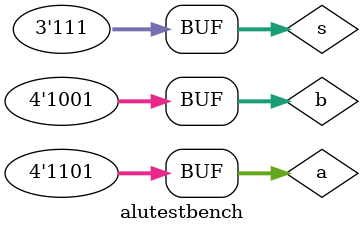
<source format=v>
`timescale 1ns / 1ps
module alu(a,b,s,y);
input [3:0] a;
input [3:0] b;
input [2:0] s;
output [7:0] y;
reg [7:0] y;
always @(a,b,s)
begin
case(s)
3'b000:y=a+b;
3'b001:y=a-b;
3'b010:y=a&b;
3'b011:y=a|b;
3'b100:y=a*b;
3'b101:y=a;
3'b110:y=b;
3'b111:y=a^b;
endcase
end
endmodule
module alutestbench;
reg [3:0] a,b;
reg [2:0] s;
wire [7:0] y;
alu n1 (a,b,s,y);
initial
$monitor($time,"y=%b,a=%b,b=%b,s=%b",y,a,b,s);
initial
begin
a=4'b1101;
b=4'b1001;
s=3'b000;
s=3'b001;
s=3'b010;
s=3'b011;
s=3'b100;
s=3'b101;
s=3'b110;
s=3'b111;
end
endmodule

</source>
